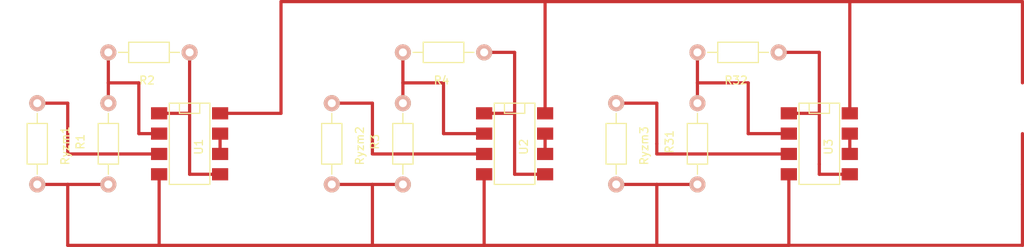
<source format=kicad_pcb>
(kicad_pcb (version 4) (host pcbnew 4.0.2-stable)

  (general
    (links 28)
    (no_connects 0)
    (area 0 0 0 0)
    (thickness 1.6)
    (drawings 0)
    (tracks 71)
    (zones 0)
    (modules 12)
    (nets 15)
  )

  (page A4)
  (layers
    (0 F.Cu signal)
    (31 B.Cu signal)
    (32 B.Adhes user)
    (33 F.Adhes user)
    (34 B.Paste user)
    (35 F.Paste user)
    (36 B.SilkS user)
    (37 F.SilkS user)
    (38 B.Mask user)
    (39 F.Mask user)
    (40 Dwgs.User user)
    (41 Cmts.User user)
    (42 Eco1.User user)
    (43 Eco2.User user)
    (44 Edge.Cuts user)
    (45 Margin user)
    (46 B.CrtYd user)
    (47 F.CrtYd user)
    (48 B.Fab user)
    (49 F.Fab user)
  )

  (setup
    (last_trace_width 0.4)
    (trace_clearance 0.2)
    (zone_clearance 0.508)
    (zone_45_only no)
    (trace_min 0.2)
    (segment_width 0.2)
    (edge_width 0.15)
    (via_size 0.8)
    (via_drill 0.6)
    (via_min_size 0.4)
    (via_min_drill 0.3)
    (uvia_size 0.3)
    (uvia_drill 0.1)
    (uvias_allowed no)
    (uvia_min_size 0.2)
    (uvia_min_drill 0.1)
    (pcb_text_width 0.3)
    (pcb_text_size 1.5 1.5)
    (mod_edge_width 0.15)
    (mod_text_size 1 1)
    (mod_text_width 0.15)
    (pad_size 1.524 1.524)
    (pad_drill 0.762)
    (pad_to_mask_clearance 0.2)
    (aux_axis_origin 0 0)
    (visible_elements FFFFFF7F)
    (pcbplotparams
      (layerselection 0x00030_80000001)
      (usegerberextensions false)
      (excludeedgelayer true)
      (linewidth 0.100000)
      (plotframeref false)
      (viasonmask false)
      (mode 1)
      (useauxorigin false)
      (hpglpennumber 1)
      (hpglpenspeed 20)
      (hpglpendiameter 15)
      (hpglpenoverlay 2)
      (psnegative false)
      (psa4output false)
      (plotreference true)
      (plotvalue true)
      (plotinvisibletext false)
      (padsonsilk false)
      (subtractmaskfromsilk false)
      (outputformat 1)
      (mirror false)
      (drillshape 1)
      (scaleselection 1)
      (outputdirectory ""))
  )

  (net 0 "")
  (net 1 GND)
  (net 2 "Net-(R1-Pad2)")
  (net 3 "Net-(R2-Pad1)")
  (net 4 "Net-(R3-Pad2)")
  (net 5 "Net-(R4-Pad1)")
  (net 6 "Net-(R31-Pad2)")
  (net 7 "Net-(R32-Pad1)")
  (net 8 "Net-(Ryzm1-Pad1)")
  (net 9 "Net-(Ryzm2-Pad1)")
  (net 10 "Net-(Ryzm3-Pad1)")
  (net 11 "Net-(U1-Pad6)")
  (net 12 +12V)
  (net 13 "Net-(U2-Pad6)")
  (net 14 "Net-(U3-Pad6)")

  (net_class Default "Это класс цепей по умолчанию."
    (clearance 0.2)
    (trace_width 0.4)
    (via_dia 0.8)
    (via_drill 0.6)
    (uvia_dia 0.3)
    (uvia_drill 0.1)
    (add_net +12V)
    (add_net GND)
    (add_net "Net-(R1-Pad2)")
    (add_net "Net-(R2-Pad1)")
    (add_net "Net-(R3-Pad2)")
    (add_net "Net-(R31-Pad2)")
    (add_net "Net-(R32-Pad1)")
    (add_net "Net-(R4-Pad1)")
    (add_net "Net-(Ryzm1-Pad1)")
    (add_net "Net-(Ryzm2-Pad1)")
    (add_net "Net-(Ryzm3-Pad1)")
    (add_net "Net-(U1-Pad6)")
    (add_net "Net-(U2-Pad6)")
    (add_net "Net-(U3-Pad6)")
  )

  (module Resistors_ThroughHole:Resistor_Horizontal_RM10mm (layer F.Cu) (tedit 56648415) (tstamp 57325DFD)
    (at 36.83 39.37 90)
    (descr "Resistor, Axial,  RM 10mm, 1/3W")
    (tags "Resistor Axial RM 10mm 1/3W")
    (path /573288F9)
    (fp_text reference R1 (at 5.32892 -3.50012 90) (layer F.SilkS)
      (effects (font (size 1 1) (thickness 0.15)))
    )
    (fp_text value 1,1К (at 5.08 3.81 90) (layer F.Fab)
      (effects (font (size 1 1) (thickness 0.15)))
    )
    (fp_line (start -1.25 -1.5) (end 11.4 -1.5) (layer F.CrtYd) (width 0.05))
    (fp_line (start -1.25 1.5) (end -1.25 -1.5) (layer F.CrtYd) (width 0.05))
    (fp_line (start 11.4 -1.5) (end 11.4 1.5) (layer F.CrtYd) (width 0.05))
    (fp_line (start -1.25 1.5) (end 11.4 1.5) (layer F.CrtYd) (width 0.05))
    (fp_line (start 2.54 -1.27) (end 7.62 -1.27) (layer F.SilkS) (width 0.15))
    (fp_line (start 7.62 -1.27) (end 7.62 1.27) (layer F.SilkS) (width 0.15))
    (fp_line (start 7.62 1.27) (end 2.54 1.27) (layer F.SilkS) (width 0.15))
    (fp_line (start 2.54 1.27) (end 2.54 -1.27) (layer F.SilkS) (width 0.15))
    (fp_line (start 2.54 0) (end 1.27 0) (layer F.SilkS) (width 0.15))
    (fp_line (start 7.62 0) (end 8.89 0) (layer F.SilkS) (width 0.15))
    (pad 1 thru_hole circle (at 0 0 90) (size 1.99898 1.99898) (drill 1.00076) (layers *.Cu *.SilkS *.Mask)
      (net 1 GND))
    (pad 2 thru_hole circle (at 10.16 0 90) (size 1.99898 1.99898) (drill 1.00076) (layers *.Cu *.SilkS *.Mask)
      (net 2 "Net-(R1-Pad2)"))
    (model Resistors_ThroughHole.3dshapes/Resistor_Horizontal_RM10mm.wrl
      (at (xyz 0.2 0 0))
      (scale (xyz 0.4 0.4 0.4))
      (rotate (xyz 0 0 0))
    )
  )

  (module Resistors_ThroughHole:Resistor_Horizontal_RM10mm (layer F.Cu) (tedit 56648415) (tstamp 57325E03)
    (at 46.99 22.86 180)
    (descr "Resistor, Axial,  RM 10mm, 1/3W")
    (tags "Resistor Axial RM 10mm 1/3W")
    (path /573288FF)
    (fp_text reference R2 (at 5.32892 -3.50012 180) (layer F.SilkS)
      (effects (font (size 1 1) (thickness 0.15)))
    )
    (fp_text value 47К (at 5.08 3.81 180) (layer F.Fab)
      (effects (font (size 1 1) (thickness 0.15)))
    )
    (fp_line (start -1.25 -1.5) (end 11.4 -1.5) (layer F.CrtYd) (width 0.05))
    (fp_line (start -1.25 1.5) (end -1.25 -1.5) (layer F.CrtYd) (width 0.05))
    (fp_line (start 11.4 -1.5) (end 11.4 1.5) (layer F.CrtYd) (width 0.05))
    (fp_line (start -1.25 1.5) (end 11.4 1.5) (layer F.CrtYd) (width 0.05))
    (fp_line (start 2.54 -1.27) (end 7.62 -1.27) (layer F.SilkS) (width 0.15))
    (fp_line (start 7.62 -1.27) (end 7.62 1.27) (layer F.SilkS) (width 0.15))
    (fp_line (start 7.62 1.27) (end 2.54 1.27) (layer F.SilkS) (width 0.15))
    (fp_line (start 2.54 1.27) (end 2.54 -1.27) (layer F.SilkS) (width 0.15))
    (fp_line (start 2.54 0) (end 1.27 0) (layer F.SilkS) (width 0.15))
    (fp_line (start 7.62 0) (end 8.89 0) (layer F.SilkS) (width 0.15))
    (pad 1 thru_hole circle (at 0 0 180) (size 1.99898 1.99898) (drill 1.00076) (layers *.Cu *.SilkS *.Mask)
      (net 3 "Net-(R2-Pad1)"))
    (pad 2 thru_hole circle (at 10.16 0 180) (size 1.99898 1.99898) (drill 1.00076) (layers *.Cu *.SilkS *.Mask)
      (net 2 "Net-(R1-Pad2)"))
    (model Resistors_ThroughHole.3dshapes/Resistor_Horizontal_RM10mm.wrl
      (at (xyz 0.2 0 0))
      (scale (xyz 0.4 0.4 0.4))
      (rotate (xyz 0 0 0))
    )
  )

  (module Resistors_ThroughHole:Resistor_Horizontal_RM10mm (layer F.Cu) (tedit 56648415) (tstamp 57325E09)
    (at 73.66 39.37 90)
    (descr "Resistor, Axial,  RM 10mm, 1/3W")
    (tags "Resistor Axial RM 10mm 1/3W")
    (path /573286DA)
    (fp_text reference R3 (at 5.32892 -3.50012 90) (layer F.SilkS)
      (effects (font (size 1 1) (thickness 0.15)))
    )
    (fp_text value 1,1К (at 5.08 3.81 90) (layer F.Fab)
      (effects (font (size 1 1) (thickness 0.15)))
    )
    (fp_line (start -1.25 -1.5) (end 11.4 -1.5) (layer F.CrtYd) (width 0.05))
    (fp_line (start -1.25 1.5) (end -1.25 -1.5) (layer F.CrtYd) (width 0.05))
    (fp_line (start 11.4 -1.5) (end 11.4 1.5) (layer F.CrtYd) (width 0.05))
    (fp_line (start -1.25 1.5) (end 11.4 1.5) (layer F.CrtYd) (width 0.05))
    (fp_line (start 2.54 -1.27) (end 7.62 -1.27) (layer F.SilkS) (width 0.15))
    (fp_line (start 7.62 -1.27) (end 7.62 1.27) (layer F.SilkS) (width 0.15))
    (fp_line (start 7.62 1.27) (end 2.54 1.27) (layer F.SilkS) (width 0.15))
    (fp_line (start 2.54 1.27) (end 2.54 -1.27) (layer F.SilkS) (width 0.15))
    (fp_line (start 2.54 0) (end 1.27 0) (layer F.SilkS) (width 0.15))
    (fp_line (start 7.62 0) (end 8.89 0) (layer F.SilkS) (width 0.15))
    (pad 1 thru_hole circle (at 0 0 90) (size 1.99898 1.99898) (drill 1.00076) (layers *.Cu *.SilkS *.Mask)
      (net 1 GND))
    (pad 2 thru_hole circle (at 10.16 0 90) (size 1.99898 1.99898) (drill 1.00076) (layers *.Cu *.SilkS *.Mask)
      (net 4 "Net-(R3-Pad2)"))
    (model Resistors_ThroughHole.3dshapes/Resistor_Horizontal_RM10mm.wrl
      (at (xyz 0.2 0 0))
      (scale (xyz 0.4 0.4 0.4))
      (rotate (xyz 0 0 0))
    )
  )

  (module Resistors_ThroughHole:Resistor_Horizontal_RM10mm (layer F.Cu) (tedit 56648415) (tstamp 57325E0F)
    (at 83.82 22.86 180)
    (descr "Resistor, Axial,  RM 10mm, 1/3W")
    (tags "Resistor Axial RM 10mm 1/3W")
    (path /573286E0)
    (fp_text reference R4 (at 5.32892 -3.50012 180) (layer F.SilkS)
      (effects (font (size 1 1) (thickness 0.15)))
    )
    (fp_text value 47К (at 5.08 3.81 180) (layer F.Fab)
      (effects (font (size 1 1) (thickness 0.15)))
    )
    (fp_line (start -1.25 -1.5) (end 11.4 -1.5) (layer F.CrtYd) (width 0.05))
    (fp_line (start -1.25 1.5) (end -1.25 -1.5) (layer F.CrtYd) (width 0.05))
    (fp_line (start 11.4 -1.5) (end 11.4 1.5) (layer F.CrtYd) (width 0.05))
    (fp_line (start -1.25 1.5) (end 11.4 1.5) (layer F.CrtYd) (width 0.05))
    (fp_line (start 2.54 -1.27) (end 7.62 -1.27) (layer F.SilkS) (width 0.15))
    (fp_line (start 7.62 -1.27) (end 7.62 1.27) (layer F.SilkS) (width 0.15))
    (fp_line (start 7.62 1.27) (end 2.54 1.27) (layer F.SilkS) (width 0.15))
    (fp_line (start 2.54 1.27) (end 2.54 -1.27) (layer F.SilkS) (width 0.15))
    (fp_line (start 2.54 0) (end 1.27 0) (layer F.SilkS) (width 0.15))
    (fp_line (start 7.62 0) (end 8.89 0) (layer F.SilkS) (width 0.15))
    (pad 1 thru_hole circle (at 0 0 180) (size 1.99898 1.99898) (drill 1.00076) (layers *.Cu *.SilkS *.Mask)
      (net 5 "Net-(R4-Pad1)"))
    (pad 2 thru_hole circle (at 10.16 0 180) (size 1.99898 1.99898) (drill 1.00076) (layers *.Cu *.SilkS *.Mask)
      (net 4 "Net-(R3-Pad2)"))
    (model Resistors_ThroughHole.3dshapes/Resistor_Horizontal_RM10mm.wrl
      (at (xyz 0.2 0 0))
      (scale (xyz 0.4 0.4 0.4))
      (rotate (xyz 0 0 0))
    )
  )

  (module Resistors_ThroughHole:Resistor_Horizontal_RM10mm (layer F.Cu) (tedit 56648415) (tstamp 57325E15)
    (at 110.49 39.37 90)
    (descr "Resistor, Axial,  RM 10mm, 1/3W")
    (tags "Resistor Axial RM 10mm 1/3W")
    (path /57322E01)
    (fp_text reference R31 (at 5.32892 -3.50012 90) (layer F.SilkS)
      (effects (font (size 1 1) (thickness 0.15)))
    )
    (fp_text value 1,1К (at 5.08 3.81 90) (layer F.Fab)
      (effects (font (size 1 1) (thickness 0.15)))
    )
    (fp_line (start -1.25 -1.5) (end 11.4 -1.5) (layer F.CrtYd) (width 0.05))
    (fp_line (start -1.25 1.5) (end -1.25 -1.5) (layer F.CrtYd) (width 0.05))
    (fp_line (start 11.4 -1.5) (end 11.4 1.5) (layer F.CrtYd) (width 0.05))
    (fp_line (start -1.25 1.5) (end 11.4 1.5) (layer F.CrtYd) (width 0.05))
    (fp_line (start 2.54 -1.27) (end 7.62 -1.27) (layer F.SilkS) (width 0.15))
    (fp_line (start 7.62 -1.27) (end 7.62 1.27) (layer F.SilkS) (width 0.15))
    (fp_line (start 7.62 1.27) (end 2.54 1.27) (layer F.SilkS) (width 0.15))
    (fp_line (start 2.54 1.27) (end 2.54 -1.27) (layer F.SilkS) (width 0.15))
    (fp_line (start 2.54 0) (end 1.27 0) (layer F.SilkS) (width 0.15))
    (fp_line (start 7.62 0) (end 8.89 0) (layer F.SilkS) (width 0.15))
    (pad 1 thru_hole circle (at 0 0 90) (size 1.99898 1.99898) (drill 1.00076) (layers *.Cu *.SilkS *.Mask)
      (net 1 GND))
    (pad 2 thru_hole circle (at 10.16 0 90) (size 1.99898 1.99898) (drill 1.00076) (layers *.Cu *.SilkS *.Mask)
      (net 6 "Net-(R31-Pad2)"))
    (model Resistors_ThroughHole.3dshapes/Resistor_Horizontal_RM10mm.wrl
      (at (xyz 0.2 0 0))
      (scale (xyz 0.4 0.4 0.4))
      (rotate (xyz 0 0 0))
    )
  )

  (module Resistors_ThroughHole:Resistor_Horizontal_RM10mm (layer F.Cu) (tedit 56648415) (tstamp 57325E1B)
    (at 120.65 22.86 180)
    (descr "Resistor, Axial,  RM 10mm, 1/3W")
    (tags "Resistor Axial RM 10mm 1/3W")
    (path /57322E07)
    (fp_text reference R32 (at 5.32892 -3.50012 180) (layer F.SilkS)
      (effects (font (size 1 1) (thickness 0.15)))
    )
    (fp_text value 47К (at 5.08 3.81 180) (layer F.Fab)
      (effects (font (size 1 1) (thickness 0.15)))
    )
    (fp_line (start -1.25 -1.5) (end 11.4 -1.5) (layer F.CrtYd) (width 0.05))
    (fp_line (start -1.25 1.5) (end -1.25 -1.5) (layer F.CrtYd) (width 0.05))
    (fp_line (start 11.4 -1.5) (end 11.4 1.5) (layer F.CrtYd) (width 0.05))
    (fp_line (start -1.25 1.5) (end 11.4 1.5) (layer F.CrtYd) (width 0.05))
    (fp_line (start 2.54 -1.27) (end 7.62 -1.27) (layer F.SilkS) (width 0.15))
    (fp_line (start 7.62 -1.27) (end 7.62 1.27) (layer F.SilkS) (width 0.15))
    (fp_line (start 7.62 1.27) (end 2.54 1.27) (layer F.SilkS) (width 0.15))
    (fp_line (start 2.54 1.27) (end 2.54 -1.27) (layer F.SilkS) (width 0.15))
    (fp_line (start 2.54 0) (end 1.27 0) (layer F.SilkS) (width 0.15))
    (fp_line (start 7.62 0) (end 8.89 0) (layer F.SilkS) (width 0.15))
    (pad 1 thru_hole circle (at 0 0 180) (size 1.99898 1.99898) (drill 1.00076) (layers *.Cu *.SilkS *.Mask)
      (net 7 "Net-(R32-Pad1)"))
    (pad 2 thru_hole circle (at 10.16 0 180) (size 1.99898 1.99898) (drill 1.00076) (layers *.Cu *.SilkS *.Mask)
      (net 6 "Net-(R31-Pad2)"))
    (model Resistors_ThroughHole.3dshapes/Resistor_Horizontal_RM10mm.wrl
      (at (xyz 0.2 0 0))
      (scale (xyz 0.4 0.4 0.4))
      (rotate (xyz 0 0 0))
    )
  )

  (module Resistors_ThroughHole:Resistor_Horizontal_RM10mm (layer F.Cu) (tedit 56648415) (tstamp 57325E21)
    (at 27.94 29.21 270)
    (descr "Resistor, Axial,  RM 10mm, 1/3W")
    (tags "Resistor Axial RM 10mm 1/3W")
    (path /57328905)
    (fp_text reference Ryzm1 (at 5.32892 -3.50012 270) (layer F.SilkS)
      (effects (font (size 1 1) (thickness 0.15)))
    )
    (fp_text value 0,01 (at 5.08 3.81 270) (layer F.Fab)
      (effects (font (size 1 1) (thickness 0.15)))
    )
    (fp_line (start -1.25 -1.5) (end 11.4 -1.5) (layer F.CrtYd) (width 0.05))
    (fp_line (start -1.25 1.5) (end -1.25 -1.5) (layer F.CrtYd) (width 0.05))
    (fp_line (start 11.4 -1.5) (end 11.4 1.5) (layer F.CrtYd) (width 0.05))
    (fp_line (start -1.25 1.5) (end 11.4 1.5) (layer F.CrtYd) (width 0.05))
    (fp_line (start 2.54 -1.27) (end 7.62 -1.27) (layer F.SilkS) (width 0.15))
    (fp_line (start 7.62 -1.27) (end 7.62 1.27) (layer F.SilkS) (width 0.15))
    (fp_line (start 7.62 1.27) (end 2.54 1.27) (layer F.SilkS) (width 0.15))
    (fp_line (start 2.54 1.27) (end 2.54 -1.27) (layer F.SilkS) (width 0.15))
    (fp_line (start 2.54 0) (end 1.27 0) (layer F.SilkS) (width 0.15))
    (fp_line (start 7.62 0) (end 8.89 0) (layer F.SilkS) (width 0.15))
    (pad 1 thru_hole circle (at 0 0 270) (size 1.99898 1.99898) (drill 1.00076) (layers *.Cu *.SilkS *.Mask)
      (net 8 "Net-(Ryzm1-Pad1)"))
    (pad 2 thru_hole circle (at 10.16 0 270) (size 1.99898 1.99898) (drill 1.00076) (layers *.Cu *.SilkS *.Mask)
      (net 1 GND))
    (model Resistors_ThroughHole.3dshapes/Resistor_Horizontal_RM10mm.wrl
      (at (xyz 0.2 0 0))
      (scale (xyz 0.4 0.4 0.4))
      (rotate (xyz 0 0 0))
    )
  )

  (module Resistors_ThroughHole:Resistor_Horizontal_RM10mm (layer F.Cu) (tedit 56648415) (tstamp 57325E27)
    (at 64.77 29.21 270)
    (descr "Resistor, Axial,  RM 10mm, 1/3W")
    (tags "Resistor Axial RM 10mm 1/3W")
    (path /573286E6)
    (fp_text reference Ryzm2 (at 5.32892 -3.50012 270) (layer F.SilkS)
      (effects (font (size 1 1) (thickness 0.15)))
    )
    (fp_text value 0,01 (at 5.08 3.81 270) (layer F.Fab)
      (effects (font (size 1 1) (thickness 0.15)))
    )
    (fp_line (start -1.25 -1.5) (end 11.4 -1.5) (layer F.CrtYd) (width 0.05))
    (fp_line (start -1.25 1.5) (end -1.25 -1.5) (layer F.CrtYd) (width 0.05))
    (fp_line (start 11.4 -1.5) (end 11.4 1.5) (layer F.CrtYd) (width 0.05))
    (fp_line (start -1.25 1.5) (end 11.4 1.5) (layer F.CrtYd) (width 0.05))
    (fp_line (start 2.54 -1.27) (end 7.62 -1.27) (layer F.SilkS) (width 0.15))
    (fp_line (start 7.62 -1.27) (end 7.62 1.27) (layer F.SilkS) (width 0.15))
    (fp_line (start 7.62 1.27) (end 2.54 1.27) (layer F.SilkS) (width 0.15))
    (fp_line (start 2.54 1.27) (end 2.54 -1.27) (layer F.SilkS) (width 0.15))
    (fp_line (start 2.54 0) (end 1.27 0) (layer F.SilkS) (width 0.15))
    (fp_line (start 7.62 0) (end 8.89 0) (layer F.SilkS) (width 0.15))
    (pad 1 thru_hole circle (at 0 0 270) (size 1.99898 1.99898) (drill 1.00076) (layers *.Cu *.SilkS *.Mask)
      (net 9 "Net-(Ryzm2-Pad1)"))
    (pad 2 thru_hole circle (at 10.16 0 270) (size 1.99898 1.99898) (drill 1.00076) (layers *.Cu *.SilkS *.Mask)
      (net 1 GND))
    (model Resistors_ThroughHole.3dshapes/Resistor_Horizontal_RM10mm.wrl
      (at (xyz 0.2 0 0))
      (scale (xyz 0.4 0.4 0.4))
      (rotate (xyz 0 0 0))
    )
  )

  (module Resistors_ThroughHole:Resistor_Horizontal_RM10mm (layer F.Cu) (tedit 56648415) (tstamp 57325E2D)
    (at 100.33 29.21 270)
    (descr "Resistor, Axial,  RM 10mm, 1/3W")
    (tags "Resistor Axial RM 10mm 1/3W")
    (path /57322E0D)
    (fp_text reference Ryzm3 (at 5.32892 -3.50012 270) (layer F.SilkS)
      (effects (font (size 1 1) (thickness 0.15)))
    )
    (fp_text value 0,01 (at 5.08 3.81 270) (layer F.Fab)
      (effects (font (size 1 1) (thickness 0.15)))
    )
    (fp_line (start -1.25 -1.5) (end 11.4 -1.5) (layer F.CrtYd) (width 0.05))
    (fp_line (start -1.25 1.5) (end -1.25 -1.5) (layer F.CrtYd) (width 0.05))
    (fp_line (start 11.4 -1.5) (end 11.4 1.5) (layer F.CrtYd) (width 0.05))
    (fp_line (start -1.25 1.5) (end 11.4 1.5) (layer F.CrtYd) (width 0.05))
    (fp_line (start 2.54 -1.27) (end 7.62 -1.27) (layer F.SilkS) (width 0.15))
    (fp_line (start 7.62 -1.27) (end 7.62 1.27) (layer F.SilkS) (width 0.15))
    (fp_line (start 7.62 1.27) (end 2.54 1.27) (layer F.SilkS) (width 0.15))
    (fp_line (start 2.54 1.27) (end 2.54 -1.27) (layer F.SilkS) (width 0.15))
    (fp_line (start 2.54 0) (end 1.27 0) (layer F.SilkS) (width 0.15))
    (fp_line (start 7.62 0) (end 8.89 0) (layer F.SilkS) (width 0.15))
    (pad 1 thru_hole circle (at 0 0 270) (size 1.99898 1.99898) (drill 1.00076) (layers *.Cu *.SilkS *.Mask)
      (net 10 "Net-(Ryzm3-Pad1)"))
    (pad 2 thru_hole circle (at 10.16 0 270) (size 1.99898 1.99898) (drill 1.00076) (layers *.Cu *.SilkS *.Mask)
      (net 1 GND))
    (model Resistors_ThroughHole.3dshapes/Resistor_Horizontal_RM10mm.wrl
      (at (xyz 0.2 0 0))
      (scale (xyz 0.4 0.4 0.4))
      (rotate (xyz 0 0 0))
    )
  )

  (module SMD_Packages:DIP-8_SMD (layer F.Cu) (tedit 0) (tstamp 57325E39)
    (at 46.99 34.29 270)
    (descr "DIP-8_300 smd shape")
    (tags "smd cms 8dip")
    (path /5732890B)
    (attr smd)
    (fp_text reference U1 (at 0.381 -1.143 270) (layer F.SilkS)
      (effects (font (size 1 1) (thickness 0.15)))
    )
    (fp_text value LM3578 (at 0 0.762 270) (layer F.Fab)
      (effects (font (size 1 1) (thickness 0.15)))
    )
    (fp_line (start -5.08 -2.54) (end -5.08 2.54) (layer F.SilkS) (width 0.15))
    (fp_line (start -5.08 2.54) (end 5.08 2.54) (layer F.SilkS) (width 0.15))
    (fp_line (start 5.08 2.54) (end 5.08 -2.54) (layer F.SilkS) (width 0.15))
    (fp_line (start 5.08 -2.54) (end -5.08 -2.54) (layer F.SilkS) (width 0.15))
    (fp_line (start -5.08 -1.27) (end -3.81 -1.27) (layer F.SilkS) (width 0.15))
    (fp_line (start -3.81 -1.27) (end -3.81 1.27) (layer F.SilkS) (width 0.15))
    (fp_line (start -3.81 1.27) (end -5.08 1.27) (layer F.SilkS) (width 0.15))
    (pad 1 smd rect (at -3.81 3.81 270) (size 1.524 2.032) (layers F.Cu F.Paste F.Mask)
      (net 3 "Net-(R2-Pad1)"))
    (pad 2 smd rect (at -1.27 3.81 270) (size 1.524 2.032) (layers F.Cu F.Paste F.Mask)
      (net 2 "Net-(R1-Pad2)"))
    (pad 3 smd rect (at 1.27 3.81 270) (size 1.524 2.032) (layers F.Cu F.Paste F.Mask)
      (net 8 "Net-(Ryzm1-Pad1)"))
    (pad 4 smd rect (at 3.81 3.81 270) (size 1.524 2.032) (layers F.Cu F.Paste F.Mask)
      (net 1 GND))
    (pad 5 smd rect (at 3.81 -3.81 270) (size 1.524 2.032) (layers F.Cu F.Paste F.Mask)
      (net 3 "Net-(R2-Pad1)"))
    (pad 6 smd rect (at 1.27 -3.81 270) (size 1.524 2.032) (layers F.Cu F.Paste F.Mask)
      (net 11 "Net-(U1-Pad6)"))
    (pad 7 smd rect (at -1.27 -3.81 270) (size 1.524 2.032) (layers F.Cu F.Paste F.Mask)
      (net 11 "Net-(U1-Pad6)"))
    (pad 8 smd rect (at -3.81 -3.81 270) (size 1.524 2.032) (layers F.Cu F.Paste F.Mask)
      (net 12 +12V))
    (model SMD_Packages.3dshapes/DIP-8_SMD.wrl
      (at (xyz 0 0 0))
      (scale (xyz 1 0.5 0.8))
      (rotate (xyz 0 0 0))
    )
  )

  (module SMD_Packages:DIP-8_SMD (layer F.Cu) (tedit 0) (tstamp 57325E45)
    (at 87.63 34.29 270)
    (descr "DIP-8_300 smd shape")
    (tags "smd cms 8dip")
    (path /573286EC)
    (attr smd)
    (fp_text reference U2 (at 0.381 -1.143 270) (layer F.SilkS)
      (effects (font (size 1 1) (thickness 0.15)))
    )
    (fp_text value LM3578 (at 0 0.762 270) (layer F.Fab)
      (effects (font (size 1 1) (thickness 0.15)))
    )
    (fp_line (start -5.08 -2.54) (end -5.08 2.54) (layer F.SilkS) (width 0.15))
    (fp_line (start -5.08 2.54) (end 5.08 2.54) (layer F.SilkS) (width 0.15))
    (fp_line (start 5.08 2.54) (end 5.08 -2.54) (layer F.SilkS) (width 0.15))
    (fp_line (start 5.08 -2.54) (end -5.08 -2.54) (layer F.SilkS) (width 0.15))
    (fp_line (start -5.08 -1.27) (end -3.81 -1.27) (layer F.SilkS) (width 0.15))
    (fp_line (start -3.81 -1.27) (end -3.81 1.27) (layer F.SilkS) (width 0.15))
    (fp_line (start -3.81 1.27) (end -5.08 1.27) (layer F.SilkS) (width 0.15))
    (pad 1 smd rect (at -3.81 3.81 270) (size 1.524 2.032) (layers F.Cu F.Paste F.Mask)
      (net 5 "Net-(R4-Pad1)"))
    (pad 2 smd rect (at -1.27 3.81 270) (size 1.524 2.032) (layers F.Cu F.Paste F.Mask)
      (net 4 "Net-(R3-Pad2)"))
    (pad 3 smd rect (at 1.27 3.81 270) (size 1.524 2.032) (layers F.Cu F.Paste F.Mask)
      (net 9 "Net-(Ryzm2-Pad1)"))
    (pad 4 smd rect (at 3.81 3.81 270) (size 1.524 2.032) (layers F.Cu F.Paste F.Mask)
      (net 1 GND))
    (pad 5 smd rect (at 3.81 -3.81 270) (size 1.524 2.032) (layers F.Cu F.Paste F.Mask)
      (net 5 "Net-(R4-Pad1)"))
    (pad 6 smd rect (at 1.27 -3.81 270) (size 1.524 2.032) (layers F.Cu F.Paste F.Mask)
      (net 13 "Net-(U2-Pad6)"))
    (pad 7 smd rect (at -1.27 -3.81 270) (size 1.524 2.032) (layers F.Cu F.Paste F.Mask)
      (net 13 "Net-(U2-Pad6)"))
    (pad 8 smd rect (at -3.81 -3.81 270) (size 1.524 2.032) (layers F.Cu F.Paste F.Mask)
      (net 12 +12V))
    (model SMD_Packages.3dshapes/DIP-8_SMD.wrl
      (at (xyz 0 0 0))
      (scale (xyz 1 0.5 0.8))
      (rotate (xyz 0 0 0))
    )
  )

  (module SMD_Packages:DIP-8_SMD (layer F.Cu) (tedit 0) (tstamp 57325E51)
    (at 125.73 34.29 270)
    (descr "DIP-8_300 smd shape")
    (tags "smd cms 8dip")
    (path /573266B3)
    (attr smd)
    (fp_text reference U3 (at 0.381 -1.143 270) (layer F.SilkS)
      (effects (font (size 1 1) (thickness 0.15)))
    )
    (fp_text value LM3578 (at 0 0.762 270) (layer F.Fab)
      (effects (font (size 1 1) (thickness 0.15)))
    )
    (fp_line (start -5.08 -2.54) (end -5.08 2.54) (layer F.SilkS) (width 0.15))
    (fp_line (start -5.08 2.54) (end 5.08 2.54) (layer F.SilkS) (width 0.15))
    (fp_line (start 5.08 2.54) (end 5.08 -2.54) (layer F.SilkS) (width 0.15))
    (fp_line (start 5.08 -2.54) (end -5.08 -2.54) (layer F.SilkS) (width 0.15))
    (fp_line (start -5.08 -1.27) (end -3.81 -1.27) (layer F.SilkS) (width 0.15))
    (fp_line (start -3.81 -1.27) (end -3.81 1.27) (layer F.SilkS) (width 0.15))
    (fp_line (start -3.81 1.27) (end -5.08 1.27) (layer F.SilkS) (width 0.15))
    (pad 1 smd rect (at -3.81 3.81 270) (size 1.524 2.032) (layers F.Cu F.Paste F.Mask)
      (net 7 "Net-(R32-Pad1)"))
    (pad 2 smd rect (at -1.27 3.81 270) (size 1.524 2.032) (layers F.Cu F.Paste F.Mask)
      (net 6 "Net-(R31-Pad2)"))
    (pad 3 smd rect (at 1.27 3.81 270) (size 1.524 2.032) (layers F.Cu F.Paste F.Mask)
      (net 10 "Net-(Ryzm3-Pad1)"))
    (pad 4 smd rect (at 3.81 3.81 270) (size 1.524 2.032) (layers F.Cu F.Paste F.Mask)
      (net 1 GND))
    (pad 5 smd rect (at 3.81 -3.81 270) (size 1.524 2.032) (layers F.Cu F.Paste F.Mask)
      (net 7 "Net-(R32-Pad1)"))
    (pad 6 smd rect (at 1.27 -3.81 270) (size 1.524 2.032) (layers F.Cu F.Paste F.Mask)
      (net 14 "Net-(U3-Pad6)"))
    (pad 7 smd rect (at -1.27 -3.81 270) (size 1.524 2.032) (layers F.Cu F.Paste F.Mask)
      (net 14 "Net-(U3-Pad6)"))
    (pad 8 smd rect (at -3.81 -3.81 270) (size 1.524 2.032) (layers F.Cu F.Paste F.Mask)
      (net 12 +12V))
    (model SMD_Packages.3dshapes/DIP-8_SMD.wrl
      (at (xyz 0 0 0))
      (scale (xyz 1 0.5 0.8))
      (rotate (xyz 0 0 0))
    )
  )

  (segment (start 151.13 33.02) (end 151.13 39.37) (width 0.4) (layer F.Cu) (net 1))
  (segment (start 151.13 46.99) (end 151.13 39.37) (width 0.4) (layer F.Cu) (net 1) (tstamp 5732607C))
  (segment (start 151.13 46.99) (end 121.92 46.99) (width 0.4) (layer F.Cu) (net 1))
  (segment (start 105.41 46.99) (end 105.41 39.37) (width 0.4) (layer F.Cu) (net 1))
  (segment (start 100.33 39.37) (end 105.41 39.37) (width 0.4) (layer F.Cu) (net 1) (status 400000))
  (segment (start 105.41 39.37) (end 110.49 39.37) (width 0.4) (layer F.Cu) (net 1) (tstamp 57326060) (status 800000))
  (segment (start 83.82 46.99) (end 105.41 46.99) (width 0.4) (layer F.Cu) (net 1))
  (segment (start 105.41 46.99) (end 121.92 46.99) (width 0.4) (layer F.Cu) (net 1) (tstamp 5732605C))
  (segment (start 121.92 46.99) (end 121.92 38.1) (width 0.4) (layer F.Cu) (net 1) (tstamp 57326057) (status 800000))
  (segment (start 69.85 39.37) (end 69.85 46.99) (width 0.4) (layer F.Cu) (net 1))
  (segment (start 43.18 46.99) (end 69.85 46.99) (width 0.4) (layer F.Cu) (net 1))
  (segment (start 69.85 46.99) (end 83.82 46.99) (width 0.4) (layer F.Cu) (net 1) (tstamp 57326002))
  (segment (start 83.82 46.99) (end 83.82 38.1) (width 0.4) (layer F.Cu) (net 1) (tstamp 57325FF7))
  (segment (start 31.75 39.37) (end 31.75 46.99) (width 0.4) (layer F.Cu) (net 1))
  (segment (start 43.18 46.99) (end 43.18 38.1) (width 0.4) (layer F.Cu) (net 1))
  (segment (start 31.75 46.99) (end 43.18 46.99) (width 0.4) (layer F.Cu) (net 1) (tstamp 57325F31))
  (segment (start 36.83 39.37) (end 31.75 39.37) (width 0.4) (layer F.Cu) (net 1))
  (segment (start 31.75 39.37) (end 27.94 39.37) (width 0.4) (layer F.Cu) (net 1) (tstamp 57325F2F))
  (segment (start 64.77 39.37) (end 69.85 39.37) (width 0.4) (layer F.Cu) (net 1))
  (segment (start 69.85 39.37) (end 73.66 39.37) (width 0.4) (layer F.Cu) (net 1) (tstamp 57325FFE))
  (segment (start 43.18 33.02) (end 40.64 33.02) (width 0.4) (layer F.Cu) (net 2))
  (segment (start 40.64 26.67) (end 36.83 26.67) (width 0.4) (layer F.Cu) (net 2) (tstamp 57325F23))
  (segment (start 40.64 33.02) (end 40.64 26.67) (width 0.4) (layer F.Cu) (net 2) (tstamp 57325F22))
  (segment (start 36.83 29.21) (end 36.83 26.67) (width 0.4) (layer F.Cu) (net 2))
  (segment (start 36.83 26.67) (end 36.83 22.86) (width 0.4) (layer F.Cu) (net 2) (tstamp 57325F26))
  (segment (start 43.18 30.48) (end 46.99 30.48) (width 0.4) (layer F.Cu) (net 3))
  (segment (start 46.99 22.86) (end 46.99 30.48) (width 0.4) (layer F.Cu) (net 3))
  (segment (start 46.99 30.48) (end 46.99 38.1) (width 0.4) (layer F.Cu) (net 3) (tstamp 57325FC3))
  (segment (start 46.99 38.1) (end 50.8 38.1) (width 0.4) (layer F.Cu) (net 3) (tstamp 57325F28))
  (segment (start 83.82 33.02) (end 78.74 33.02) (width 0.4) (layer F.Cu) (net 4))
  (segment (start 78.74 26.67) (end 73.66 26.67) (width 0.4) (layer F.Cu) (net 4) (tstamp 57325FCF))
  (segment (start 78.74 33.02) (end 78.74 26.67) (width 0.4) (layer F.Cu) (net 4) (tstamp 57325FCE))
  (segment (start 73.66 22.86) (end 73.66 26.67) (width 0.4) (layer F.Cu) (net 4))
  (segment (start 73.66 26.67) (end 73.66 29.21) (width 0.4) (layer F.Cu) (net 4) (tstamp 57325FD2))
  (segment (start 83.82 30.48) (end 87.63 30.48) (width 0.4) (layer F.Cu) (net 5))
  (segment (start 91.44 38.1) (end 87.63 38.1) (width 0.4) (layer F.Cu) (net 5))
  (segment (start 87.63 22.86) (end 83.82 22.86) (width 0.4) (layer F.Cu) (net 5) (tstamp 57325FE2))
  (segment (start 87.63 38.1) (end 87.63 30.48) (width 0.4) (layer F.Cu) (net 5) (tstamp 57325FE1))
  (segment (start 87.63 30.48) (end 87.63 22.86) (width 0.4) (layer F.Cu) (net 5) (tstamp 57325FE7))
  (segment (start 121.92 33.02) (end 116.84 33.02) (width 0.4) (layer F.Cu) (net 6) (status 400000))
  (segment (start 116.84 26.67) (end 110.49 26.67) (width 0.4) (layer F.Cu) (net 6) (tstamp 57326065))
  (segment (start 116.84 33.02) (end 116.84 26.67) (width 0.4) (layer F.Cu) (net 6) (tstamp 57326064))
  (segment (start 110.49 22.86) (end 110.49 26.67) (width 0.4) (layer F.Cu) (net 6) (status 400000))
  (segment (start 110.49 26.67) (end 110.49 29.21) (width 0.4) (layer F.Cu) (net 6) (tstamp 57326068) (status 800000))
  (segment (start 121.92 30.48) (end 125.73 30.48) (width 0.4) (layer F.Cu) (net 7) (status 400000))
  (segment (start 120.65 22.86) (end 125.73 22.86) (width 0.4) (layer F.Cu) (net 7) (status 400000))
  (segment (start 125.73 38.1) (end 129.54 38.1) (width 0.4) (layer F.Cu) (net 7) (tstamp 5732606C) (status 800000))
  (segment (start 125.73 36.83) (end 125.73 38.1) (width 0.4) (layer F.Cu) (net 7) (tstamp 5732606B))
  (segment (start 125.73 22.86) (end 125.73 30.48) (width 0.4) (layer F.Cu) (net 7) (tstamp 5732606A))
  (segment (start 125.73 30.48) (end 125.73 36.83) (width 0.4) (layer F.Cu) (net 7) (tstamp 57326071))
  (segment (start 43.18 35.56) (end 31.75 35.56) (width 0.4) (layer F.Cu) (net 8))
  (segment (start 31.75 29.21) (end 27.94 29.21) (width 0.4) (layer F.Cu) (net 8) (tstamp 57325F12))
  (segment (start 31.75 35.56) (end 31.75 29.21) (width 0.4) (layer F.Cu) (net 8) (tstamp 57325F11))
  (segment (start 83.82 35.56) (end 69.85 35.56) (width 0.4) (layer F.Cu) (net 9))
  (segment (start 69.85 29.21) (end 64.77 29.21) (width 0.4) (layer F.Cu) (net 9) (tstamp 57325FC9))
  (segment (start 69.85 35.56) (end 69.85 29.21) (width 0.4) (layer F.Cu) (net 9) (tstamp 57325FC8))
  (segment (start 100.33 29.21) (end 105.41 29.21) (width 0.4) (layer F.Cu) (net 10) (status 400000))
  (segment (start 105.41 35.56) (end 121.92 35.56) (width 0.4) (layer F.Cu) (net 10) (tstamp 57326075) (status 800000))
  (segment (start 105.41 34.29) (end 105.41 35.56) (width 0.4) (layer F.Cu) (net 10) (tstamp 57326074))
  (segment (start 105.41 29.21) (end 105.41 34.29) (width 0.4) (layer F.Cu) (net 10) (tstamp 57326073))
  (segment (start 50.8 33.02) (end 50.8 35.56) (width 0.4) (layer F.Cu) (net 11))
  (segment (start 151.13 26.67) (end 151.13 16.51) (width 0.4) (layer F.Cu) (net 12))
  (segment (start 151.13 16.51) (end 129.54 16.51) (width 0.4) (layer F.Cu) (net 12))
  (segment (start 129.54 30.48) (end 129.54 16.51) (width 0.4) (layer F.Cu) (net 12) (status 400000))
  (segment (start 129.54 16.51) (end 91.44 16.51) (width 0.4) (layer F.Cu) (net 12) (tstamp 57326051))
  (segment (start 58.42 16.51) (end 91.44 16.51) (width 0.4) (layer F.Cu) (net 12))
  (segment (start 58.42 30.48) (end 58.42 16.51) (width 0.4) (layer F.Cu) (net 12) (tstamp 57325F34))
  (segment (start 50.8 30.48) (end 58.42 30.48) (width 0.4) (layer F.Cu) (net 12))
  (segment (start 91.44 16.51) (end 91.44 30.48) (width 0.4) (layer F.Cu) (net 12))
  (segment (start 91.44 35.56) (end 91.44 33.02) (width 0.4) (layer F.Cu) (net 13) (status C00000))
  (segment (start 129.54 35.56) (end 129.54 33.02) (width 0.4) (layer F.Cu) (net 14) (status C00000))

)

</source>
